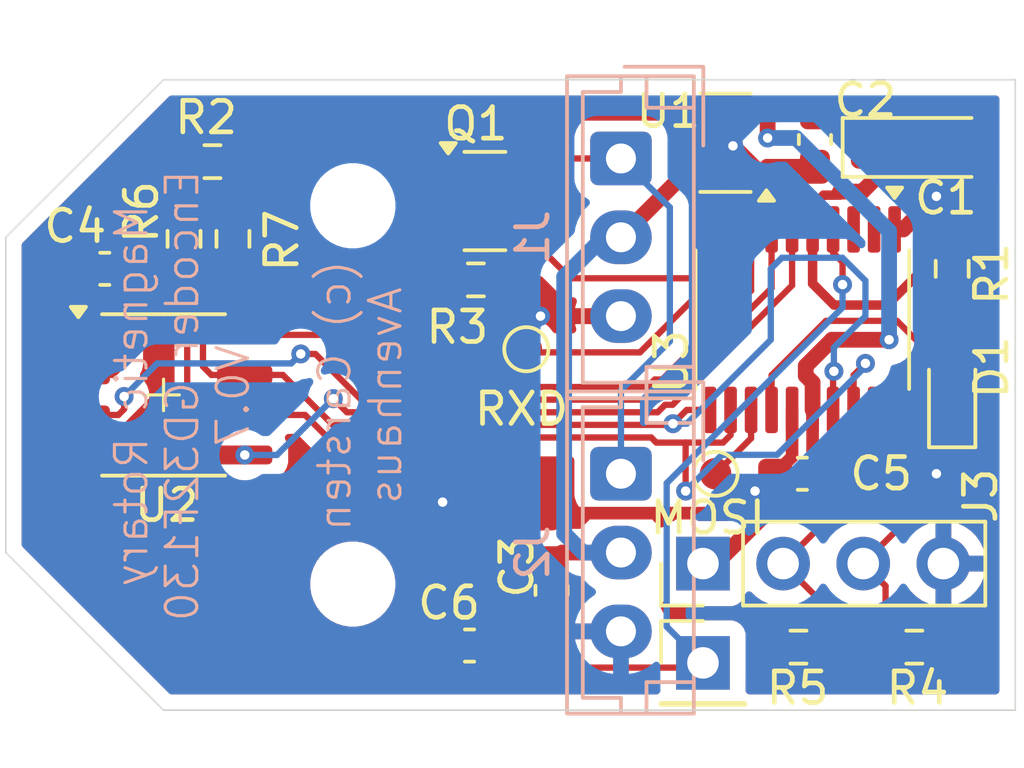
<source format=kicad_pcb>
(kicad_pcb (version 20240108) (generator "pcbnew") (generator_version "8.0")
  (layers (0 "F.Cu" signal) (31 "B.Cu" signal) (34 "B.Paste" user) (35 "F.Paste" user) (36 "B.SilkS" user "B.Silkscreen") (37 "F.SilkS" user "F.Silkscreen") (38 "B.Mask" user) (39 "F.Mask" user) (44 "Edge.Cuts" user))
  (net 0 "")
  (net 1 "GND")
  (net 2 "+3.3V")
  (net 3 "VCC")
  (net 4 "Net-(D1-A)")
  (net 5 "Net-(D1-K)")
  (net 6 "/Data")
  (net 7 "/SWCLK")
  (net 8 "/SWDIO")
  (net 9 "Net-(Q1-S)")
  (net 10 "/Com")
  (net 11 "/SS")
  (net 12 "/MOSI")
  (net 15 "Net-(U3-NRST)")
  (net 16 "/Out")
  (net 17 "/Push")
  (net 18 "/MISO{slash}SDA")
  (net 19 "/SCK{slash}SCL")
  (net 20 "Net-(U3-PA3{slash}RX0)")
  (footprint "Resistor_SMD:R_0603_1608Metric_Pad0.98x0.95mm_HandSolder" (layer "F.Cu") (at 128.8 118)
    (property "Reference" "R4" (at 0.1 1.3 0) (layer "F.SilkS"))
    (property "Value" "10K")
    (fp_line (start -0.254724 -0.5225) (end 0.254724 -0.5225) (stroke (width 0.12)) (layer "F.SilkS"))
    (fp_line (start -0.254724 0.5225) (end 0.254724 0.5225) (stroke (width 0.12)) (layer "F.SilkS"))
    (pad "1" smd roundrect (at -0.9125 0) (size 0.975 0.95) (layers "F.Cu" "F.Paste" "F.Mask") (net 7 "/SWCLK"))
    (pad "2" smd roundrect (at 0.9125 0) (size 0.975 0.95) (layers "F.Cu" "F.Paste" "F.Mask") (net 1 "GND"))
  )
  (footprint "TestPoint:TestPoint_Pad_D1.0mm" (layer "F.Cu") (at 122.5 112.5)
    (property "Reference" "MOSI" (at -0.25 1.4 0) (layer "F.SilkS"))
    (property "Value" "MOSI")
    (fp_circle (center 0 0) (end 0 0.7) (stroke (width 0.12)) (fill none) (layer "F.SilkS"))
    (pad "1" smd circle (at 0 0) (size 1 1) (layers "F.Cu" "F.Mask") (net 12 "/MOSI"))
  )
  (footprint "Connector_PinHeader_2.54mm:PinHeader_1x01_P2.54mm_Vertical" (layer "F.Cu") (at 122.1 118.5)
    (property "Reference" "TP1" (hide yes))
    (property "Value" "RST")
    (fp_line (start -1.33 -1.33) (end 0 -1.33) (stroke (width 0.12)) (layer "F.SilkS"))
    (fp_line (start -1.33 0) (end -1.33 -1.33) (stroke (width 0.12)) (layer "F.SilkS"))
    (fp_line (start -1.33 1.27) (end -1.33 1.33) (stroke (width 0.12)) (layer "F.SilkS"))
    (fp_line (start -1.33 1.27) (end 1.33 1.27) (stroke (width 0.12)) (layer "F.SilkS"))
    (fp_line (start -1.33 1.33) (end 1.33 1.33) (stroke (width 0.12)) (layer "F.SilkS"))
    (fp_line (start 1.33 1.27) (end 1.33 1.33) (stroke (width 0.12)) (layer "F.SilkS"))
    (pad "1" thru_hole rect (at 0 0) (size 1.7 1.7) (drill 1) (layers "*.Cu" "*.Mask") (net 15 "Net-(U3-NRST)"))
  )
  (footprint "Resistor_SMD:R_0603_1608Metric_Pad0.98x0.95mm_HandSolder" (layer "F.Cu") (at 125.1275 118 180)
    (property "Reference" "R5" (at 0.0275 -1.3 0) (layer "F.SilkS"))
    (property "Value" "10K")
    (fp_line (start -0.254724 0.5225) (end 0.254724 0.5225) (stroke (width 0.12)) (layer "F.SilkS"))
    (fp_line (start -0.254724 -0.5225) (end 0.254724 -0.5225) (stroke (width 0.12)) (layer "F.SilkS"))
    (pad "1" smd roundrect (at -0.9125 0 180) (size 0.975 0.95) (layers "F.Cu" "F.Paste" "F.Mask") (net 8 "/SWDIO"))
    (pad "2" smd roundrect (at 0.9125 0 180) (size 0.975 0.95) (layers "F.Cu" "F.Paste" "F.Mask") (net 1 "GND"))
  )
  (footprint "Capacitor_Tantalum_SMD:CP_EIA-3216-18_Kemet-A_Pad1.58x1.35mm_HandSolder" (layer "F.Cu") (at 129.0125 102.15)
    (property "Reference" "C1" (at 0.7875 1.6 0) (layer "F.SilkS"))
    (property "Value" "47uF")
    (fp_line (start -2.485 -0.935) (end -2.485 0.935) (stroke (width 0.12)) (layer "F.SilkS"))
    (fp_line (start -2.485 0.935) (end 1.6 0.935) (stroke (width 0.12)) (layer "F.SilkS"))
    (fp_line (start 1.6 -0.935) (end -2.485 -0.935) (stroke (width 0.12)) (layer "F.SilkS"))
    (pad "1" smd roundrect (at -1.4375 0) (size 1.575 1.35) (layers "F.Cu" "F.Paste" "F.Mask") (roundrect_rratio 0.185185) (net 2 "+3.3V"))
    (pad "2" smd roundrect (at 1.4375 0) (size 1.575 1.35) (layers "F.Cu" "F.Paste" "F.Mask") (roundrect_rratio 0.185185) (net 1 "GND"))
  )
  (footprint "Capacitor_SMD:C_0603_1608Metric_Pad1.08x0.95mm_HandSolder" (layer "F.Cu") (at 125.65 101.9 -90)
    (property "Reference" "C2" (at -1.25 -1.6 180) (layer "F.SilkS"))
    (property "Value" "100nF")
    (fp_line (start -0.146267 0.51) (end 0.146267 0.51) (stroke (width 0.12)) (layer "F.SilkS"))
    (fp_line (start -0.146267 -0.51) (end 0.146267 -0.51) (stroke (width 0.12)) (layer "F.SilkS"))
    (pad "1" smd roundrect (at -0.8625 0 270) (size 1.075 0.95) (layers "F.Cu" "F.Paste" "F.Mask") (net 2 "+3.3V"))
    (pad "2" smd roundrect (at 0.8625 0 270) (size 1.075 0.95) (layers "F.Cu" "F.Paste" "F.Mask") (net 1 "GND"))
  )
  (footprint "Resistor_SMD:R_0603_1608Metric_Pad0.98x0.95mm_HandSolder" (layer "F.Cu") (at 130 106 -90)
    (property "Reference" "R1" (at 0.1625 -1.25 90) (layer "F.SilkS"))
    (property "Value" "1K")
    (fp_line (start -0.254724 0.5225) (end 0.254724 0.5225) (stroke (width 0.12)) (layer "F.SilkS"))
    (fp_line (start -0.254724 -0.5225) (end 0.254724 -0.5225) (stroke (width 0.12)) (layer "F.SilkS"))
    (pad "1" smd roundrect (at -0.9125 0 270) (size 0.975 0.95) (layers "F.Cu" "F.Paste" "F.Mask") (net 2 "+3.3V"))
    (pad "2" smd roundrect (at 0.9125 0 270) (size 0.975 0.95) (layers "F.Cu" "F.Paste" "F.Mask") (net 4 "Net-(D1-A)"))
  )
  (footprint "Capacitor_SMD:C_0603_1608Metric_Pad1.08x0.95mm_HandSolder" (layer "F.Cu") (at 125.25 112.5 180)
    (property "Reference" "C5" (at -2.5 0 0) (layer "F.SilkS"))
    (property "Value" "100nF")
    (fp_line (start -0.146267 0.51) (end 0.146267 0.51) (stroke (width 0.12)) (layer "F.SilkS"))
    (fp_line (start -0.146267 -0.51) (end 0.146267 -0.51) (stroke (width 0.12)) (layer "F.SilkS"))
    (pad "1" smd roundrect (at -0.8625 0 180) (size 1.075 0.95) (layers "F.Cu" "F.Paste" "F.Mask") (net 2 "+3.3V"))
    (pad "2" smd roundrect (at 0.8625 0 180) (size 1.075 0.95) (layers "F.Cu" "F.Paste" "F.Mask") (net 1 "GND"))
  )
  (footprint "Resistor_SMD:R_0603_1608Metric_Pad0.98x0.95mm_HandSolder" (layer "F.Cu") (at 106.55 102.6)
    (property "Reference" "R2" (at -0.2 -1.4 0) (layer "F.SilkS"))
    (property "Value" "1K")
    (fp_line (start -0.254724 -0.5225) (end 0.254724 -0.5225) (stroke (width 0.12)) (layer "F.SilkS"))
    (fp_line (start -0.254724 0.5225) (end 0.254724 0.5225) (stroke (width 0.12)) (layer "F.SilkS"))
    (pad "1" smd roundrect (at -0.9125 0) (size 0.975 0.95) (layers "F.Cu" "F.Paste" "F.Mask") (net 2 "+3.3V"))
    (pad "2" smd roundrect (at 0.9125 0) (size 0.975 0.95) (layers "F.Cu" "F.Paste" "F.Mask") (net 9 "Net-(Q1-S)"))
  )
  (footprint "Capacitor_SMD:C_0603_1608Metric_Pad1.08x0.95mm_HandSolder" (layer "F.Cu") (at 117.3 116.2 -90)
    (property "Reference" "C3" (at -0.75 1.1 90) (layer "F.SilkS"))
    (property "Value" "100nF")
    (fp_line (start -0.146267 0.51) (end 0.146267 0.51) (stroke (width 0.12)) (layer "F.SilkS"))
    (fp_line (start -0.146267 -0.51) (end 0.146267 -0.51) (stroke (width 0.12)) (layer "F.SilkS"))
    (pad "1" smd roundrect (at -0.8625 0 270) (size 1.075 0.95) (layers "F.Cu" "F.Paste" "F.Mask") (net 3 "VCC"))
    (pad "2" smd roundrect (at 0.8625 0 270) (size 1.075 0.95) (layers "F.Cu" "F.Paste" "F.Mask") (net 1 "GND"))
  )
  (footprint "Capacitor_SMD:C_0603_1608Metric_Pad1.08x0.95mm_HandSolder" (layer "F.Cu") (at 114.7 117.95 180)
    (property "Reference" "C6" (at 0.65 1.35 0) (layer "F.SilkS"))
    (property "Value" "100nF")
    (fp_line (start -0.146267 0.51) (end 0.146267 0.51) (stroke (width 0.12)) (layer "F.SilkS"))
    (fp_line (start -0.146267 -0.51) (end 0.146267 -0.51) (stroke (width 0.12)) (layer "F.SilkS"))
    (pad "1" smd roundrect (at -0.8625 0 180) (size 1.075 0.95) (layers "F.Cu" "F.Paste" "F.Mask") (net 15 "Net-(U3-NRST)"))
    (pad "2" smd roundrect (at 0.8625 0 180) (size 1.075 0.95) (layers "F.Cu" "F.Paste" "F.Mask") (net 1 "GND"))
  )
  (footprint "Package_SO:TSSOP-20_4.4x6.5mm_P0.65mm" (layer "F.Cu") (at 125.25 107.6125 -90)
    (property "Reference" "U3" (at 1.3375 4.15 90) (layer "F.SilkS"))
    (property "Value" "GD32F130F4P6TR" (hide yes))
    (fp_line (start 0 3.385) (end -2.2 3.385) (stroke (width 0.12)) (layer "F.SilkS"))
    (fp_line (start 0 3.385) (end 2.2 3.385) (stroke (width 0.12)) (layer "F.SilkS"))
    (fp_line (start 0 -3.385) (end -2.2 -3.385) (stroke (width 0.12)) (layer "F.SilkS"))
    (fp_line (start 0 -3.385) (end 2.2 -3.385) (stroke (width 0.12)) (layer "F.SilkS"))
    (fp_poly (pts (xy -3.86 -2.925) (xy -4.19 -3.165) (xy -4.19 -2.685) (xy -3.86 -2.925)) (stroke (width 0.12)) (fill solid) (layer "F.SilkS"))
    (pad "1" smd roundrect (at -2.8625 -2.925 270) (size 1.475 0.4) (layers "F.Cu" "F.Paste" "F.Mask") (net 1 "GND"))
    (pad "2" smd roundrect (at -2.8625 -2.275 270) (size 1.475 0.4) (layers "F.Cu" "F.Paste" "F.Mask"))
    (pad "3" smd roundrect (at -2.8625 -1.625 270) (size 1.475 0.4) (layers "F.Cu" "F.Paste" "F.Mask"))
    (pad "4" smd roundrect (at -2.8625 -0.975 270) (size 1.475 0.4) (layers "F.Cu" "F.Paste" "F.Mask") (net 15 "Net-(U3-NRST)"))
    (pad "5" smd roundrect (at -2.8625 -0.325 270) (size 1.475 0.4) (layers "F.Cu" "F.Paste" "F.Mask") (net 2 "+3.3V"))
    (pad "6" smd roundrect (at -2.8625 0.325 270) (size 1.475 0.4) (layers "F.Cu" "F.Paste" "F.Mask") (net 16 "/Out"))
    (pad "7" smd roundrect (at -2.8625 0.975 270) (size 1.475 0.4) (layers "F.Cu" "F.Paste" "F.Mask") (net 17 "/Push"))
    (pad "8" smd roundrect (at -2.8625 1.625 270) (size 1.475 0.4) (layers "F.Cu" "F.Paste" "F.Mask") (net 10 "/Com"))
    (pad "9" smd roundrect (at -2.8625 2.275 270) (size 1.475 0.4) (layers "F.Cu" "F.Paste" "F.Mask") (net 20 "Net-(U3-PA3{slash}RX0)"))
    (pad "10" smd roundrect (at -2.8625 2.925 270) (size 1.475 0.4) (layers "F.Cu" "F.Paste" "F.Mask") (net 11 "/SS"))
    (pad "11" smd roundrect (at 2.8625 2.925 270) (size 1.475 0.4) (layers "F.Cu" "F.Paste" "F.Mask") (net 19 "/SCK{slash}SCL"))
    (pad "12" smd roundrect (at 2.8625 2.275 270) (size 1.475 0.4) (layers "F.Cu" "F.Paste" "F.Mask") (net 18 "/MISO{slash}SDA"))
    (pad "13" smd roundrect (at 2.8625 1.625 270) (size 1.475 0.4) (layers "F.Cu" "F.Paste" "F.Mask") (net 12 "/MOSI"))
    (pad "14" smd roundrect (at 2.8625 0.975 270) (size 1.475 0.4) (layers "F.Cu" "F.Paste" "F.Mask") (net 5 "Net-(D1-K)"))
    (pad "15" smd roundrect (at 2.8625 0.325 270) (size 1.475 0.4) (layers "F.Cu" "F.Paste" "F.Mask") (net 1 "GND"))
    (pad "16" smd roundrect (at 2.8625 -0.325 270) (size 1.475 0.4) (layers "F.Cu" "F.Paste" "F.Mask") (net 2 "+3.3V"))
    (pad "17" smd roundrect (at 2.8625 -0.975 270) (size 1.475 0.4) (layers "F.Cu" "F.Paste" "F.Mask") (net 19 "/SCK{slash}SCL"))
    (pad "18" smd roundrect (at 2.8625 -1.625 270) (size 1.475 0.4) (layers "F.Cu" "F.Paste" "F.Mask") (net 18 "/MISO{slash}SDA"))
    (pad "19" smd roundrect (at 2.8625 -2.275 270) (size 1.475 0.4) (layers "F.Cu" "F.Paste" "F.Mask") (net 8 "/SWDIO"))
    (pad "20" smd roundrect (at 2.8625 -2.925 270) (size 1.475 0.4) (layers "F.Cu" "F.Paste" "F.Mask") (net 7 "/SWCLK"))
  )
  (footprint "MountingHole:MountingHole_2.2mm_M2_DIN965" (layer "F.Cu") (at 111 104)
    (property "Reference" "H2" (hide yes))
    (property "Value" "MountingHole")
    (pad "" np_thru_hole circle (at 0 0) (size 2.2 2.2) (drill 2.2) (layers "*.Cu" "*.Mask"))
  )
  (footprint "Package_SO:SO-8_3.9x4.9mm_P1.27mm" (layer "F.Cu") (at 105 110)
    (property "Reference" "U2" (at 0.1 3.5 0) (layer "F.SilkS"))
    (property "Value" "MT6701CT" (hide yes))
    (fp_line (start -0.5 0) (end 0.5 0) (stroke (width 0.1)) (layer "F.SilkS"))
    (fp_line (start 0 -2.56) (end -1.95 -2.56) (stroke (width 0.12)) (layer "F.SilkS"))
    (fp_line (start 0 -2.56) (end 1.95 -2.56) (stroke (width 0.12)) (layer "F.SilkS"))
    (fp_line (start 0 -0.5) (end 0 0.5) (stroke (width 0.1)) (layer "F.SilkS"))
    (fp_line (start 0 2.56) (end -1.95 2.56) (stroke (width 0.12)) (layer "F.SilkS"))
    (fp_line (start 0 2.56) (end 1.95 2.56) (stroke (width 0.12)) (layer "F.SilkS"))
    (fp_poly (pts (xy -2.7 -2.465) (xy -2.94 -2.795) (xy -2.46 -2.795) (xy -2.7 -2.465)) (stroke (width 0.12)) (fill solid) (layer "F.SilkS"))
    (pad "1" smd roundrect (at -2.575 -1.905) (size 1.75 0.6) (layers "F.Cu" "F.Paste" "F.Mask") (net 2 "+3.3V"))
    (pad "2" smd roundrect (at -2.575 -0.635) (size 1.75 0.6) (layers "F.Cu" "F.Paste" "F.Mask") (net 2 "+3.3V"))
    (pad "3" smd roundrect (at -2.575 0.635) (size 1.75 0.6) (layers "F.Cu" "F.Paste" "F.Mask") (net 17 "/Push"))
    (pad "4" smd roundrect (at -2.575 1.905) (size 1.75 0.6) (layers "F.Cu" "F.Paste" "F.Mask") (net 1 "GND"))
    (pad "5" smd roundrect (at 2.575 1.905) (size 1.75 0.6) (layers "F.Cu" "F.Paste" "F.Mask") (net 16 "/Out"))
    (pad "6" smd roundrect (at 2.575 0.635) (size 1.75 0.6) (layers "F.Cu" "F.Paste" "F.Mask") (net 18 "/MISO{slash}SDA"))
    (pad "7" smd roundrect (at 2.575 -0.635) (size 1.75 0.6) (layers "F.Cu" "F.Paste" "F.Mask") (net 19 "/SCK{slash}SCL"))
    (pad "8" smd roundrect (at 2.575 -1.905) (size 1.75 0.6) (layers "F.Cu" "F.Paste" "F.Mask") (net 11 "/SS"))
  )
  (footprint "MountingHole:MountingHole_2.2mm_M2_DIN965" (layer "F.Cu") (at 111 116)
    (property "Reference" "H1" (hide yes))
    (property "Value" "MountingHole")
    (pad "" np_thru_hole circle (at 0 0) (size 2.2 2.2) (drill 2.2) (layers "*.Cu" "*.Mask"))
  )
  (footprint "Resistor_SMD:R_0603_1608Metric_Pad0.98x0.95mm_HandSolder" (layer "F.Cu") (at 114.9 106.35)
    (property "Reference" "R3" (at -0.5875 1.5 0) (layer "F.SilkS"))
    (property "Value" "100")
    (fp_line (start -0.254724 -0.5225) (end 0.254724 -0.5225) (stroke (width 0.12)) (layer "F.SilkS"))
    (fp_line (start -0.254724 0.5225) (end 0.254724 0.5225) (stroke (width 0.12)) (layer "F.SilkS"))
    (pad "1" smd roundrect (at -0.9125 0) (size 0.975 0.95) (layers "F.Cu" "F.Paste" "F.Mask") (net 9 "Net-(Q1-S)"))
    (pad "2" smd roundrect (at 0.9125 0) (size 0.975 0.95) (layers "F.Cu" "F.Paste" "F.Mask") (net 10 "/Com"))
  )
  (footprint "Connector_PinHeader_2.54mm:PinHeader_1x04_P2.54mm_Vertical" (layer "F.Cu") (at 122.1 115.35 90)
    (property "Reference" "J3" (at 2.15 8.8 90) (layer "F.SilkS"))
    (property "Value" "Conn_01x04_Pin" (hide yes))
    (fp_line (start -1.33 -1.33) (end 0 -1.33) (stroke (width 0.12)) (layer "F.SilkS"))
    (fp_line (start -1.33 0) (end -1.33 -1.33) (stroke (width 0.12)) (layer "F.SilkS"))
    (fp_line (start 1.33 1.27) (end 1.33 8.95) (stroke (width 0.12)) (layer "F.SilkS"))
    (fp_line (start -1.33 1.27) (end 1.33 1.27) (stroke (width 0.12)) (layer "F.SilkS"))
    (fp_line (start -1.33 1.27) (end -1.33 8.95) (stroke (width 0.12)) (layer "F.SilkS"))
    (fp_line (start -1.33 8.95) (end 1.33 8.95) (stroke (width 0.12)) (layer "F.SilkS"))
    (pad "1" thru_hole rect (at 0 0 90) (size 1.7 1.7) (drill 1) (layers "*.Cu" "*.Mask") (net 2 "+3.3V"))
    (pad "2" thru_hole oval (at 0 2.54 90) (size 1.7 1.7) (drill 1) (layers "*.Cu" "*.Mask") (net 8 "/SWDIO"))
    (pad "3" thru_hole oval (at 0 5.08 90) (size 1.7 1.7) (drill 1) (layers "*.Cu" "*.Mask") (net 7 "/SWCLK"))
    (pad "4" thru_hole oval (at 0 7.62 90) (size 1.7 1.7) (drill 1) (layers "*.Cu" "*.Mask") (net 1 "GND"))
  )
  (footprint "Resistor_SMD:R_0603_1608Metric_Pad0.98x0.95mm_HandSolder" (layer "F.Cu") (at 107.2 105.05 -90)
    (property "Reference" "R7" (at 0.05 -1.55 90) (layer "F.SilkS"))
    (property "Value" "10K")
    (fp_line (start -0.254724 0.5225) (end 0.254724 0.5225) (stroke (width 0.12)) (layer "F.SilkS"))
    (fp_line (start -0.254724 -0.5225) (end 0.254724 -0.5225) (stroke (width 0.12)) (layer "F.SilkS"))
    (pad "1" smd roundrect (at -0.9125 0 270) (size 0.975 0.95) (layers "F.Cu" "F.Paste" "F.Mask") (net 2 "+3.3V"))
    (pad "2" smd roundrect (at 0.9125 0 270) (size 0.975 0.95) (layers "F.Cu" "F.Paste" "F.Mask") (net 19 "/SCK{slash}SCL"))
  )
  (footprint "LED_SMD:LED_0603_1608Metric_Pad1.05x0.95mm_HandSolder" (layer "F.Cu") (at 130 110 90)
    (property "Reference" "D1" (at 0.875 1.25 90) (layer "F.SilkS"))
    (property "Value" "LED")
    (fp_line (start 0.8 -0.735) (end -1.66 -0.735) (stroke (width 0.12)) (layer "F.SilkS"))
    (fp_line (start -1.66 -0.735) (end -1.66 0.735) (stroke (width 0.12)) (layer "F.SilkS"))
    (fp_line (start -1.66 0.735) (end 0.8 0.735) (stroke (width 0.12)) (layer "F.SilkS"))
    (pad "1" smd roundrect (at -0.875 0 90) (size 1.05 0.95) (layers "F.Cu" "F.Paste" "F.Mask") (net 5 "Net-(D1-K)"))
    (pad "2" smd roundrect (at 0.875 0 90) (size 1.05 0.95) (layers "F.Cu" "F.Paste" "F.Mask") (net 4 "Net-(D1-A)"))
  )
  (footprint "Package_TO_SOT_SMD:SOT-23-3" (layer "F.Cu") (at 122.8125 102 180)
    (property "Reference" "U1" (at 1.8125 1 0) (layer "F.SilkS"))
    (property "Value" "XC6206PxxxMR" (hide yes))
    (fp_line (start 0 1.56) (end 0.8 1.56) (stroke (width 0.12)) (layer "F.SilkS"))
    (fp_line (start 0 1.56) (end -0.8 1.56) (stroke (width 0.12)) (layer "F.SilkS"))
    (fp_line (start 0 -1.56) (end 0.8 -1.56) (stroke (width 0.12)) (layer "F.SilkS"))
    (fp_line (start 0 -1.56) (end -0.8 -1.56) (stroke (width 0.12)) (layer "F.SilkS"))
    (fp_poly (pts (xy -1.3 -1.51) (xy -1.54 -1.84) (xy -1.06 -1.84) (xy -1.3 -1.51)) (stroke (width 0.12)) (fill solid) (layer "F.SilkS"))
    (pad "1" smd roundrect (at -1.1375 -0.95 180) (size 1.325 0.6) (layers "F.Cu" "F.Paste" "F.Mask") (net 1 "GND"))
    (pad "2" smd roundrect (at -1.1375 0.95 180) (size 1.325 0.6) (layers "F.Cu" "F.Paste" "F.Mask") (net 2 "+3.3V"))
    (pad "3" smd roundrect (at 1.1375 0 180) (size 1.325 0.6) (layers "F.Cu" "F.Paste" "F.Mask") (net 3 "VCC"))
  )
  (footprint "TestPoint:TestPoint_Pad_D1.0mm" (layer "F.Cu") (at 116.5 108.55)
    (property "Reference" "RXD" (at -0.15 1.9 0) (layer "F.SilkS"))
    (property "Value" "RXD")
    (fp_circle (center 0 0) (end 0 0.7) (stroke (width 0.12)) (fill none) (layer "F.SilkS"))
    (pad "1" smd circle (at 0 0) (size 1 1) (layers "F.Cu" "F.Mask") (net 20 "Net-(U3-PA3{slash}RX0)"))
  )
  (footprint "Package_TO_SOT_SMD:SOT-23" (layer "F.Cu") (at 115.1875 103.85)
    (property "Reference" "Q1" (at -0.2875 -2.45 0) (layer "F.SilkS"))
    (property "Value" "2N7002K" (hide yes))
    (fp_line (start 0 -1.56) (end -0.65 -1.56) (stroke (width 0.12)) (layer "F.SilkS"))
    (fp_line (start 0 -1.56) (end 0.65 -1.56) (stroke (width 0.12)) (layer "F.SilkS"))
    (fp_line (start 0 1.56) (end -0.65 1.56) (stroke (width 0.12)) (layer "F.SilkS"))
    (fp_line (start 0 1.56) (end 0.65 1.56) (stroke (width 0.12)) (layer "F.SilkS"))
    (fp_poly (pts (xy -1.1625 -1.51) (xy -1.4025 -1.84) (xy -0.9225 -1.84) (xy -1.1625 -1.51)) (stroke (width 0.12)) (fill solid) (layer "F.SilkS"))
    (pad "1" smd roundrect (at -0.9375 -0.95) (size 1.475 0.6) (layers "F.Cu" "F.Paste" "F.Mask") (net 2 "+3.3V"))
    (pad "2" smd roundrect (at -0.9375 0.95) (size 1.475 0.6) (layers "F.Cu" "F.Paste" "F.Mask") (net 9 "Net-(Q1-S)"))
    (pad "3" smd roundrect (at 0.9375 0) (size 1.475 0.6) (layers "F.Cu" "F.Paste" "F.Mask") (net 6 "/Data"))
  )
  (footprint "Resistor_SMD:R_0603_1608Metric_Pad0.98x0.95mm_HandSolder" (layer "F.Cu") (at 105.65 105.05 -90)
    (property "Reference" "R6" (at -0.85 1.35 90) (layer "F.SilkS"))
    (property "Value" "10K")
    (fp_line (start -0.254724 0.5225) (end 0.254724 0.5225) (stroke (width 0.12)) (layer "F.SilkS"))
    (fp_line (start -0.254724 -0.5225) (end 0.254724 -0.5225) (stroke (width 0.12)) (layer "F.SilkS"))
    (pad "1" smd roundrect (at -0.9125 0 270) (size 0.975 0.95) (layers "F.Cu" "F.Paste" "F.Mask") (net 2 "+3.3V"))
    (pad "2" smd roundrect (at 0.9125 0 270) (size 0.975 0.95) (layers "F.Cu" "F.Paste" "F.Mask") (net 18 "/MISO{slash}SDA"))
  )
  (footprint "Capacitor_SMD:C_0603_1608Metric_Pad1.08x0.95mm_HandSolder" (layer "F.Cu") (at 103.1375 106)
    (property "Reference" "C4" (at -0.9375 -1.35 0) (layer "F.SilkS"))
    (property "Value" "100nF")
    (fp_line (start -0.146267 -0.51) (end 0.146267 -0.51) (stroke (width 0.12)) (layer "F.SilkS"))
    (fp_line (start -0.146267 0.51) (end 0.146267 0.51) (stroke (width 0.12)) (layer "F.SilkS"))
    (pad "1" smd roundrect (at -0.8625 0) (size 1.075 0.95) (layers "F.Cu" "F.Paste" "F.Mask") (net 2 "+3.3V"))
    (pad "2" smd roundrect (at 0.8625 0) (size 1.075 0.95) (layers "F.Cu" "F.Paste" "F.Mask") (net 1 "GND"))
  )
  (footprint "My_Library:JST_1x03_P2.50mm_Vertical" (layer "B.Cu") (at 119.5 102.5 -90)
    (property "Reference" "J1" (at 2.5 2.8 90) (layer "B.SilkS") (effects (justify mirror)))
    (property "Value" "Conn_01x03_Pin" (hide yes))
    (fp_line (start -2.61 1.71) (end 7.61 1.71) (stroke (width 0.12)) (layer "B.SilkS"))
    (fp_line (start 7.61 1.71) (end 7.61 -2.31) (stroke (width 0.12)) (layer "B.SilkS"))
    (fp_line (start -2.11 1.21) (end -2.11 0) (stroke (width 0.12)) (layer "B.SilkS"))
    (fp_line (start 7.11 1.21) (end -2.11 1.21) (stroke (width 0.12)) (layer "B.SilkS"))
    (fp_line (start -2.11 0) (end -2.61 0) (stroke (width 0.12)) (layer "B.SilkS"))
    (fp_line (start 7.11 0) (end 7.11 1.21) (stroke (width 0.12)) (layer "B.SilkS"))
    (fp_line (start 7.61 0) (end 7.11 0) (stroke (width 0.12)) (layer "B.SilkS"))
    (fp_line (start -1.61 -0.81) (end -2.61 -0.81) (stroke (width 0.12)) (layer "B.SilkS"))
    (fp_line (start 6.61 -0.81) (end 7.61 -0.81) (stroke (width 0.12)) (layer "B.SilkS"))
    (fp_line (start -2.61 -2.31) (end -2.61 1.71) (stroke (width 0.12)) (layer "B.SilkS"))
    (fp_line (start -1.61 -2.31) (end -1.61 -0.81) (stroke (width 0.12)) (layer "B.SilkS"))
    (fp_line (start 6.61 -2.31) (end 6.61 -0.81) (stroke (width 0.12)) (layer "B.SilkS"))
    (fp_line (start 7.61 -2.31) (end -2.61 -2.31) (stroke (width 0.12)) (layer "B.SilkS"))
    (fp_line (start -2.91 -2.61) (end -2.91 -0.11) (stroke (width 0.12)) (layer "B.SilkS"))
    (fp_line (start -0.41 -2.61) (end -2.91 -2.61) (stroke (width 0.12)) (layer "B.SilkS"))
    (pad "1" thru_hole roundrect (at 0 0 270) (size 1.7 1.95) (drill 0.95) (layers "*.Cu" "*.Mask") (roundrect_rratio 0.147059) (net 6 "/Data"))
    (pad "2" thru_hole oval (at 2.5 0 270) (size 1.7 1.95) (drill 0.95) (layers "*.Cu" "*.Mask") (net 3 "VCC"))
    (pad "3" thru_hole oval (at 5 0 270) (size 1.7 1.95) (drill 0.95) (layers "*.Cu" "*.Mask") (net 1 "GND"))
  )
  (footprint "My_Library:JST_1x03_P2.50mm_Vertical" (layer "B.Cu") (at 119.5 112.5 -90)
    (property "Reference" "J2" (at 2.5 2.8 90) (layer "B.SilkS") (effects (justify mirror)))
    (property "Value" "Conn_01x03_Pin" (hide yes))
    (fp_line (start -2.61 1.71) (end 7.61 1.71) (stroke (width 0.12)) (layer "B.SilkS"))
    (fp_line (start 7.61 1.71) (end 7.61 -2.31) (stroke (width 0.12)) (layer "B.SilkS"))
    (fp_line (start -2.11 1.21) (end -2.11 0) (stroke (width 0.12)) (layer "B.SilkS"))
    (fp_line (start 7.11 1.21) (end -2.11 1.21) (stroke (width 0.12)) (layer "B.SilkS"))
    (fp_line (start -2.11 0) (end -2.61 0) (stroke (width 0.12)) (layer "B.SilkS"))
    (fp_line (start 7.11 0) (end 7.11 1.21) (stroke (width 0.12)) (layer "B.SilkS"))
    (fp_line (start 7.61 0) (end 7.11 0) (stroke (width 0.12)) (layer "B.SilkS"))
    (fp_line (start -1.61 -0.81) (end -2.61 -0.81) (stroke (width 0.12)) (layer "B.SilkS"))
    (fp_line (start 6.61 -0.81) (end 7.61 -0.81) (stroke (width 0.12)) (layer "B.SilkS"))
    (fp_line (start -2.61 -2.31) (end -2.61 1.71) (stroke (width 0.12)) (layer "B.SilkS"))
    (fp_line (start -1.61 -2.31) (end -1.61 -0.81) (stroke (width 0.12)) (layer "B.SilkS"))
    (fp_line (start 6.61 -2.31) (end 6.61 -0.81) (stroke (width 0.12)) (layer "B.SilkS"))
    (fp_line (start 7.61 -2.31) (end -2.61 -2.31) (stroke (width 0.12)) (layer "B.SilkS"))
    (fp_line (start -2.91 -2.61) (end -2.91 -0.11) (stroke (width 0.12)) (layer "B.SilkS"))
    (fp_line (start -0.41 -2.61) (end -2.91 -2.61) (stroke (width 0.12)) (layer "B.SilkS"))
    (pad "1" thru_hole roundrect (at 0 0 270) (size 1.7 1.95) (drill 0.95) (layers "*.Cu" "*.Mask") (roundrect_rratio 0.147059) (net 6 "/Data"))
    (pad "2" thru_hole oval (at 2.5 0 270) (size 1.7 1.95) (drill 0.95) (layers "*.Cu" "*.Mask") (net 3 "VCC"))
    (pad "3" thru_hole oval (at 5 0 270) (size 1.7 1.95) (drill 0.95) (layers "*.Cu" "*.Mask") (net 1 "GND"))
  )
  (gr_line (start 105 100) (end 132 100) (stroke (width 0.05)) (layer "Edge.Cuts"))
  (gr_line (start 100 105) (end 105 100) (stroke (width 0.05)) (layer "Edge.Cuts"))
  (gr_line (start 100 115) (end 105 120) (stroke (width 0.05)) (layer "Edge.Cuts"))
  (gr_line (start 132 100) (end 132 120) (stroke (width 0.05)) (layer "Edge.Cuts"))
  (gr_line (start 100 105) (end 100 115) (stroke (width 0.05)) (layer "Edge.Cuts"))
  (gr_line (start 132 120) (end 105 120) (stroke (width 0.05)) (layer "Edge.Cuts"))
  (gr_text_box "Magnetic Rotary\nEncoder GD32F130\nV0.7\n\n(c) Carsten\nAvenhaus" (start 102.65 101.2224) (end 112.95 118.8292) (angle 90) (layer "B.SilkS") (effects (font (size 1 1) (thickness 0.1)) (justify top mirror)) (border no))
  (segment (start 129.72 112.72) (end 129.5 112.5) (width 0.2) (layer "F.Cu") (net 1))
  (segment (start 113.846146 113.4) (end 102.95 113.4) (width 0.5) (layer "F.Cu") (net 1))
  (segment (start 113.8375 117.95) (end 113.8375 116.1625) (width 0.5) (layer "F.Cu") (net 1))
  (segment (start 117.3 116.853854) (end 115.223073 114.776927) (width 0.5) (layer "F.Cu") (net 1))
  (segment (start 123.542893 113.05) (end 122.842893 113.75) (width 0.5) (layer "F.Cu") (net 1))
  (segment (start 124.925 111.9625) (end 124.3875 112.5) (width 0.4) (layer "F.Cu") (net 1))
  (segment (start 122.842893 113.75) (end 116.25 113.75) (width 0.4) (layer "F.Cu") (net 1))
  (segment (start 119.5 117.5) (end 117.7375 117.5) (width 0.5) (layer "F.Cu") (net 1))
  (segment (start 103.095 111.905) (end 105.1 109.9) (width 0.5) (layer "F.Cu") (net 1))
  (segment (start 105.1 109.9) (end 105.1 107.1) (width 0.5) (layer "F.Cu") (net 1))
  (segment (start 129.7125 118) (end 128.9375 118.775) (width 0.2) (layer "F.Cu") (net 1))
  (segment (start 125.65 102.7625) (end 124.1375 102.7625) (width 0.5) (layer "F.Cu") (net 1))
  (segment (start 123.75 113.05) (end 123.542893 113.05) (width 0.5) (layer "F.Cu") (net 1))
  (segment (start 124.925 110.475) (end 124.925 111.9625) (width 0.4) (layer "F.Cu") (net 1))
  (segment (start 123.75 113.05) (end 124.244485 112.555515) (width 0.5) (layer "F.Cu") (net 1))
  (segment (start 128.45 104.75) (end 129.5 103.7) (width 0.5) (layer "F.Cu") (net 1))
  (segment (start 129.72 117.9925) (end 129.72 115.35) (width 0.2) (layer "F.Cu") (net 1))
  (segment (start 117.7375 117.5) (end 117.3 117.0625) (width 0.5) (layer "F.Cu") (net 1))
  (segment (start 105.1 107.1) (end 104 106) (width 0.5) (layer "F.Cu") (net 1))
  (segment (start 116.25 113.75) (end 115.223073 114.776927) (width 0.5) (layer "F.Cu") (net 1))
  (segment (start 124.99 118.775) (end 124.215 118) (width 0.2) (layer "F.Cu") (net 1))
  (segment (start 130.45 102.75) (end 129.5 103.7) (width 0.5) (layer "F.Cu") (net 1))
  (segment (start 124.1375 102.7625) (end 123.95 102.95) (width 0.5) (layer "F.Cu") (net 1))
  (segment (start 102.425 112.875) (end 102.425 111.905) (width 0.5) (layer "F.Cu") (net 1))
  (segment (start 128.175 104.75) (end 128.45 104.75) (width 0.5) (layer "F.Cu") (net 1))
  (segment (start 115.223073 114.776927) (end 113.846146 113.4) (width 0.5) (layer "F.Cu") (net 1))
  (segment (start 113.8375 116.1625) (end 115.223073 114.776927) (width 0.5) (layer "F.Cu") (net 1))
  (segment (start 128.9375 118.775) (end 124.99 118.775) (width 0.2) (layer "F.Cu") (net 1))
  (segment (start 119.5 107.5) (end 116.95 107.5) (width 0.5) (layer "F.Cu") (net 1))
  (segment (start 130.45 102.15) (end 130.45 102.75) (width 0.5) (layer "F.Cu") (net 1))
  (segment (start 123.9 102.95) (end 123.05 102.1) (width 0.5) (layer "F.Cu") (net 1))
  (segment (start 102.95 113.4) (end 102.425 112.875) (width 0.5) (layer "F.Cu") (net 1))
  (segment (start 129.72 115.35) (end 129.72 112.72) (width 0.2) (layer "F.Cu") (net 1))
  (via (at 129.5 103.7) (size 0.5) (drill 0.3) (layers "F.Cu" "B.Cu") (net 1))
  (via (at 129.5 112.5) (size 0.6) (drill 0.3) (layers "F.Cu" "B.Cu") (net 1))
  (via (at 123.75 113.05) (size 0.6) (drill 0.3) (layers "F.Cu" "B.Cu") (net 1))
  (via (at 116.95 107.5) (size 0.6) (drill 0.3) (layers "F.Cu" "B.Cu") (net 1))
  (via (at 123.05 102.1) (size 0.6) (drill 0.3) (layers "F.Cu" "B.Cu") (net 1))
  (via (at 113.846146 113.4) (size 0.6) (drill 0.3) (layers "F.Cu" "B.Cu") (net 1))
  (segment (start 129.5 112.5) (end 129.5 103.7) (width 0.5) (layer "B.Cu") (net 1))
  (segment (start 116.95 107.5) (end 113.846146 110.603854) (width 0.5) (layer "B.Cu") (net 1))
  (segment (start 129.155715 112.844285) (end 129.5 112.5) (width 0.5) (layer "B.Cu") (net 1))
  (segment (start 126.9 101.1) (end 129.5 103.7) (width 0.5) (layer "B.Cu") (net 1))
  (segment (start 123.05 101.889339) (end 123.839339 101.1) (width 0.5) (layer "B.Cu") (net 1))
  (segment (start 123.839339 101.1) (end 126.9 101.1) (width 0.5) (layer "B.Cu") (net 1))
  (segment (start 113.846146 110.603854) (end 113.846146 113.4) (width 0.5) (layer "B.Cu") (net 1))
  (segment (start 123.955715 112.844285) (end 129.155715 112.844285) (width 0.5) (layer "B.Cu") (net 1))
  (segment (start 123.75 113.05) (end 123.955715 112.844285) (width 0.5) (layer "B.Cu") (net 1))
  (segment (start 123.05 102.1) (end 123.05 101.889339) (width 0.5) (layer "B.Cu") (net 1))
  (segment (start 125.6375 101.05) (end 123.95 101.05) (width 0.5) (layer "F.Cu") (net 2))
  (segment (start 126.189339 108.25) (end 125.359044 109.080295) (width 0.5) (layer "F.Cu") (net 2))
  (segment (start 105.65 104.1375) (end 107.2 104.1375) (width 0.5) (layer "F.Cu") (net 2))
  (segment (start 127.15 103.55) (end 126.45 103.55) (width 0.5) (layer "F.Cu") (net 2))
  (segment (start 125.575 104.75) (end 125.575 106.469238) (width 0.3) (layer "F.Cu") (net 2))
  (segment (start 114.25 102.9) (end 114.25 102.25) (width 0.5) (layer "F.Cu") (net 2))
  (segment (start 127.55 103.15) (end 127.15 103.55) (width 0.5) (layer "F.Cu") (net 2))
  (segment (start 117.15 101.05) (end 115.3 102.9) (width 0.5) (layer "F.Cu") (net 2))
  (segment (start 103.595 108.095) (end 103.75 108.25) (width 0.2) (layer "F.Cu") (net 2))
  (segment (start 124.060661 113.8) (end 124.8125 113.8) (width 0.5) (layer "F.Cu") (net 2))
  (segment (start 102.275 106.85) (end 102.425 107) (width 0.5) (layer "F.Cu") (net 2))
  (segment (start 125.359044 109.080295) (end 125.359044 109.390956) (width 0.5) (layer "F.Cu") (net 2))
  (segment (start 102.425 107) (end 102.425 108.095) (width 0.5) (layer "F.Cu") (net 2))
  (segment (start 124.15 101.85) (end 124.15 101.25) (width 0.5) (layer "F.Cu") (net 2))
  (segment (start 126.255762 107.15) (end 127.9375 107.15) (width 0.3) (layer "F.Cu") (net 2))
  (segment (start 124.15 101.25) (end 123.95 101.05) (width 0.5) (layer "F.Cu") (net 2))
  (segment (start 103.385 109.365) (end 102.425 109.365) (width 0.2) (layer "F.Cu") (net 2))
  (segment (start 102.275 106) (end 102.275 106.85) (width 0.5) (layer "F.Cu") (net 2))
  (segment (start 115.3 102.9) (end 114.25 102.9) (width 0.5) (layer "F.Cu") (net 2))
  (segment (start 125.575 111.9625) (end 126.1125 112.5) (width 0.4) (layer "F.Cu") (net 2))
  (segment (start 125.575 104.012501) (end 125.925001 103.6625) (width 0.3) (layer "F.Cu") (net 2))
  (segment (start 102.275 106) (end 102.275 105.525) (width 0.5) (layer "F.Cu") (net 2))
  (segment (start 126.4625 101.0375) (end 127.575 102.15) (width 0.5) (layer "F.Cu") (net 2))
  (segment (start 103.75 108.25) (end 103.75 109) (width 0.2) (layer "F.Cu") (net 2))
  (segment (start 114.25 102.25) (end 113.6 101.6) (width 0.5) (layer "F.Cu") (net 2))
  (segment (start 125.575 109.606912) (end 125.575 110.475) (width 0.5) (layer "F.Cu") (net 2))
  (segment (start 102.275 105.525) (end 103.6625 104.1375) (width 0.5) (layer "F.Cu") (net 2))
  (segment (start 124.8125 113.8) (end 126.1125 112.5) (width 0.5) (layer "F.Cu") (net 2))
  (segment (start 125.575 106.469238) (end 126.255762 107.15) (width 0.3) (layer "F.Cu") (net 2))
  (segment (start 123.95 101.05) (end 117.15 101.05) (width 0.5) (layer "F.Cu") (net 2))
  (segment (start 103.75 109) (end 103.385 109.365) (width 0.2) (layer "F.Cu") (net 2))
  (segment (start 127.55 102.378854) (end 127.55 103.15) (width 0.5) (layer "F.Cu") (net 2))
  (segment (start 103.6625 104.1375) (end 105.65 104.1375) (width 0.5) (layer "F.Cu") (net 2))
  (segment (start 102.425 108.095) (end 103.595 108.095) (width 0.2) (layer "F.Cu") (net 2))
  (segment (start 122.510661 115.35) (end 124.060661 113.8) (width 0.5) (layer "F.Cu") (net 2))
  (segment (start 127.9375 107.15) (end 130 105.0875) (width 0.3) (layer "F.Cu") (net 2))
  (segment (start 125.575 110.475) (end 125.575 111.9625) (width 0.4) (layer "F.Cu") (net 2))
  (segment (start 125.575 104.75) (end 125.575 104.012501) (width 0.3) (layer "F.Cu") (net 2))
  (segment (start 125.359044 109.390956) (end 125.575 109.606912) (width 0.5) (layer "F.Cu") (net 2))
  (segment (start 105.65 104.1375) (end 105.65 102.6125) (width 0.5) (layer "F.Cu") (net 2))
  (segment (start 113.6 101.6) (end 106.35 101.6) (width 0.5) (layer "F.Cu") (net 2))
  (segment (start 126.45 103.55) (end 126.4375 103.5625) (width 0.5) (layer "F.Cu") (net 2))
  (segment (start 106.35 101.6) (end 105.6375 102.3125) (width 0.5) (layer "F.Cu") (net 2))
  (segment (start 125.925001 103.6625) (end 126.3375 103.6625) (width 0.3) (layer "F.Cu") (net 2))
  (segment (start 125.65 101.0375) (end 126.4625 101.0375) (width 0.5) (layer "F.Cu") (net 2))
  (segment (start 128 108.25) (end 126.189339 108.25) (width 0.5) (layer "F.Cu") (net 2))
  (via (at 128 108.25) (size 0.6) (drill 0.3) (layers "F.Cu" "B.Cu") (net 2))
  (via (at 124.15 101.85) (size 0.6) (drill 0.3) (layers "F.Cu" "B.Cu") (net 2))
  (segment (start 125.05 101.85) (end 128 104.8) (width 0.5) (layer "B.Cu") (net 2))
  (segment (start 125.05 101.85) (end 124.15 101.85) (width 0.5) (layer "B.Cu") (net 2))
  (segment (start 128 104.8) (end 128 108.25) (width 0.5) (layer "B.Cu") (net 2))
  (segment (start 121.675 102.825) (end 119.5 105) (width 0.5) (layer "F.Cu") (net 3))
  (segment (start 117.6375 115) (end 117.3 115.3375) (width 0.5) (layer "F.Cu") (net 3))
  (segment (start 121.675 102) (end 121.675 102.825) (width 0.5) (layer "F.Cu") (net 3))
  (segment (start 119.5 115) (end 117.6375 115) (width 0.5) (layer "F.Cu") (net 3))
  (segment (start 118.3 115) (end 117.7 114.4) (width 0.5) (layer "B.Cu") (net 3))
  (segment (start 117.7 106.25) (end 118.95 105) (width 0.5) (layer "B.Cu") (net 3))
  (segment (start 119.5 115) (end 118.3 115) (width 0.5) (layer "B.Cu") (net 3))
  (segment (start 117.7 114.4) (end 117.7 106.25) (width 0.5) (layer "B.Cu") (net 3))
  (segment (start 130 109.125) (end 130 106.9125) (width 0.2) (layer "F.Cu") (net 4))
  (segment (start 128.248529 107.65) (end 126 107.65) (width 0.2) (layer "F.Cu") (net 5))
  (segment (start 126 107.65) (end 124.275 109.375) (width 0.2) (layer "F.Cu") (net 5))
  (segment (start 129.225 108.626471) (end 128.248529 107.65) (width 0.2) (layer "F.Cu") (net 5))
  (segment (start 124.275 109.375) (end 124.275 110.475) (width 0.2) (layer "F.Cu") (net 5))
  (segment (start 129.225 110.1) (end 129.225 108.626471) (width 0.2) (layer "F.Cu") (net 5))
  (segment (start 130 110.875) (end 129.225 110.1) (width 0.2) (layer "F.Cu") (net 5))
  (segment (start 116.75 102.5) (end 119.5 102.5) (width 0.2) (layer "F.Cu") (net 6))
  (segment (start 116.125 103.125) (end 116.75 102.5) (width 0.2) (layer "F.Cu") (net 6))
  (segment (start 116.125 103.85) (end 116.125 103.125) (width 0.2) (layer "F.Cu") (net 6))
  (segment (start 121.05 108.3) (end 121.05 104.05) (width 0.2) (layer "B.Cu") (net 6))
  (segment (start 119.5 112.5) (end 119.5 109.85) (width 0.2) (layer "B.Cu") (net 6))
  (segment (start 121.05 104.05) (end 119.5 102.5) (width 0.2) (layer "B.Cu") (net 6))
  (segment (start 119.5 109.85) (end 121.05 108.3) (width 0.2) (layer "B.Cu") (net 6))
  (segment (start 127.8875 118) (end 127.8875 116.0575) (width 0.2) (layer "F.Cu") (net 7))
  (segment (start 128.175 114.355) (end 127.18 115.35) (width 0.2) (layer "F.Cu") (net 7))
  (segment (start 128.175 110.475) (end 128.175 114.355) (width 0.2) (layer "F.Cu") (net 7))
  (segment (start 127.8875 116.0575) (end 127.18 115.35) (width 0.2) (layer "F.Cu") (net 7))
  (segment (start 127.525 113.015) (end 127.525 110.475) (width 0.2) (layer "F.Cu") (net 8))
  (segment (start 126.64 113.9) (end 127.525 113.015) (width 0.2) (layer "F.Cu") (net 8))
  (segment (start 126.04 116.75) (end 124.64 115.35) (width 0.2) (layer "F.Cu") (net 8))
  (segment (start 126.09 113.9) (end 126.64 113.9) (width 0.2) (layer "F.Cu") (net 8))
  (segment (start 124.64 115.35) (end 126.09 113.9) (width 0.2) (layer "F.Cu") (net 8))
  (segment (start 126.04 118) (end 126.04 116.75) (width 0.2) (layer "F.Cu") (net 8))
  (segment (start 113.9875 106.35) (end 113.9875 105.0625) (width 0.2) (layer "F.Cu") (net 9))
  (segment (start 108.15 102.6) (end 108.5 102.95) (width 0.2) (layer "F.Cu") (net 9))
  (segment (start 110.1 106.35) (end 113.9875 106.35) (width 0.2) (layer "F.Cu") (net 9))
  (segment (start 108.5 102.95) (end 108.5 104.75) (width 0.2) (layer "F.Cu") (net 9))
  (segment (start 107.4625 102.6) (end 108.15 102.6) (width 0.2) (layer "F.Cu") (net 9))
  (segment (start 113.9875 105.0625) (end 114.25 104.8) (width 0.2) (layer "F.Cu") (net 9))
  (segment (start 108.5 104.75) (end 110.1 106.35) (width 0.2) (layer "F.Cu") (net 9))
  (segment (start 120.332599 109.75) (end 115.85 109.75) (width 0.2) (layer "F.Cu") (net 10))
  (segment (start 115.8125 107.2875) (end 115.8125 106.35) (width 0.2) (layer "F.Cu") (net 10))
  (segment (start 123.625 104.75) (end 123.625 106.693628) (width 0.2) (layer "F.Cu") (net 10))
  (segment (start 120.806128 109.5125) (end 120.570099 109.5125) (width 0.2) (layer "F.Cu") (net 10))
  (segment (start 120.570099 109.5125) (end 120.332599 109.75) (width 0.2) (layer "F.Cu") (net 10))
  (segment (start 123.625 106.693628) (end 120.806128 109.5125) (width 0.2) (layer "F.Cu") (net 10))
  (segment (start 115.2 107.9) (end 115.8125 107.2875) (width 0.2) (layer "F.Cu") (net 10))
  (segment (start 115.2 109.1) (end 115.2 107.9) (width 0.2) (layer "F.Cu") (net 10))
  (segment (start 115.85 109.75) (end 115.2 109.1) (width 0.2) (layer "F.Cu") (net 10))
  (segment (start 114.8 106.108278) (end 114.8 106.8) (width 0.2) (layer "F.Cu") (net 11))
  (segment (start 117 105.4) (end 115.508278 105.4) (width 0.2) (layer "F.Cu") (net 11))
  (segment (start 122.325 105.725) (end 121.75 106.3) (width 0.2) (layer "F.Cu") (net 11))
  (segment (start 121.75 106.3) (end 117.9 106.3) (width 0.2) (layer "F.Cu") (net 11))
  (segment (start 117.9 106.3) (end 117 105.4) (width 0.2) (layer "F.Cu") (net 11))
  (segment (start 122.325 104.75) (end 122.325 105.725) (width 0.2) (layer "F.Cu") (net 11))
  (segment (start 115.508278 105.4) (end 114.8 106.108278) (width 0.2) (layer "F.Cu") (net 11))
  (segment (start 114.8 106.8) (end 113.505 108.095) (width 0.2) (layer "F.Cu") (net 11))
  (segment (start 113.505 108.095) (end 107.575 108.095) (width 0.2) (layer "F.Cu") (net 11))
  (segment (start 123.625 110.475) (end 123.625 111.375) (width 0.2) (layer "F.Cu") (net 12))
  (segment (start 123.625 111.375) (end 122.5 112.5) (width 0.2) (layer "F.Cu") (net 12))
  (segment (start 115.5625 117.95) (end 116.2625 118.65) (width 0.2) (layer "F.Cu") (net 15))
  (segment (start 116.2625 118.65) (end 121.95 118.65) (width 0.2) (layer "F.Cu") (net 15))
  (segment (start 126.525001 106.5) (end 126.525001 105.7875) (width 0.2) (layer "F.Cu") (net 15))
  (segment (start 126.225 105.487499) (end 126.225 104.75) (width 0.2) (layer "F.Cu") (net 15))
  (segment (start 126.525001 105.7875) (end 126.225 105.487499) (width 0.2) (layer "F.Cu") (net 15))
  (via (at 126.525001 106.5) (size 0.6) (drill 0.3) (layers "F.Cu" "B.Cu") (net 15))
  (segment (start 126.525001 106.5) (end 126.525001 107.224999) (width 0.2) (layer "B.Cu") (net 15))
  (segment (start 120.95 112.8) (end 120.95 117.35) (width 0.2) (layer "B.Cu") (net 15))
  (segment (start 126.525001 107.224999) (end 120.95 112.8) (width 0.2) (layer "B.Cu") (net 15))
  (segment (start 120.95 117.35) (end 122.1 118.5) (width 0.2) (layer "B.Cu") (net 15))
  (segment (start 120.663971 110.55) (end 110.814216 110.55) (width 0.2) (layer "F.Cu") (net 16))
  (segment (start 110.814216 110.55) (end 110.382108 110.117892) (width 0.2) (layer "F.Cu") (net 16))
  (segment (start 124.925 106.525) (end 121.1375 110.3125) (width 0.2) (layer "F.Cu") (net 16))
  (segment (start 121.1375 110.3125) (end 120.901471 110.3125) (width 0.2) (layer "F.Cu") (net 16))
  (segment (start 124.925 104.75) (end 124.925 106.525) (width 0.2) (layer "F.Cu") (net 16))
  (segment (start 120.901471 110.3125) (end 120.663971 110.55) (width 0.2) (layer "F.Cu") (net 16))
  (via (at 110.382108 110.117892) (size 0.6) (drill 0.3) (layers "F.Cu" "B.Cu") (net 16))
  (via (at 107.575 111.905) (size 0.6) (drill 0.3) (layers "F.Cu" "B.Cu") (net 16))
  (segment (start 108.595 111.905) (end 107.575 111.905) (width 0.2) (layer "B.Cu") (net 16))
  (segment (start 110.382108 110.117892) (end 108.595 111.905) (width 0.2) (layer "B.Cu") (net 16))
  (segment (start 120.735785 109.9125) (end 120.971814 109.9125) (width 0.2) (layer "F.Cu") (net 17))
  (segment (start 103.75 110.05) (end 103.75 110.45) (width 0.2) (layer "F.Cu") (net 17))
  (segment (start 103.75 110.45) (end 103.565 110.635) (width 0.2) (layer "F.Cu") (net 17))
  (segment (start 109.812745 108.7) (end 111.262745 110.15) (width 0.2) (layer "F.Cu") (net 17))
  (segment (start 111.262745 110.15) (end 120.498285 110.15) (width 0.2) (layer "F.Cu") (net 17))
  (segment (start 124.275 106.609314) (end 124.275 104.75) (width 0.2) (layer "F.Cu") (net 17))
  (segment (start 109.35 108.7) (end 109.812745 108.7) (width 0.2) (layer "F.Cu") (net 17))
  (segment (start 103.565 110.635) (end 102.425 110.635) (width 0.2) (layer "F.Cu") (net 17))
  (segment (start 120.971814 109.9125) (end 124.275 106.609314) (width 0.2) (layer "F.Cu") (net 17))
  (segment (start 120.498285 110.15) (end 120.735785 109.9125) (width 0.2) (layer "F.Cu") (net 17))
  (via (at 109.35 108.7) (size 0.6) (drill 0.3) (layers "F.Cu" "B.Cu") (net 17))
  (via (at 103.75 110.05) (size 0.6) (drill 0.3) (layers "F.Cu" "B.Cu") (net 17))
  (segment (start 109.35 108.7) (end 109.05 109) (width 0.2) (layer "B.Cu") (net 17))
  (segment (start 104.8 109) (end 103.75 110.05) (width 0.2) (layer "B.Cu") (net 17))
  (segment (start 109.05 109) (end 104.8 109) (width 0.2) (layer "B.Cu") (net 17))
  (segment (start 122.975 111.275) (end 122.975 110.475) (width 0.2) (layer "F.Cu") (net 18))
  (segment (start 106.635 110.635) (end 105.75 109.75) (width 0.2) (layer "F.Cu") (net 18))
  (segment (start 105.75 109.75) (end 105.75 106.0625) (width 0.2) (layer "F.Cu") (net 18))
  (segment (start 122.7375 111.5125) (end 122.975 111.275) (width 0.2) (layer "F.Cu") (net 18))
  (segment (start 126.875 110.475) (end 126.875 109.375) (width 0.2) (layer "F.Cu") (net 18))
  (segment (start 107.575 110.635) (end 106.635 110.635) (width 0.2) (layer "F.Cu") (net 18))
  (segment (start 122.7375 111.5125) (end 121.55 111.5125) (width 0.2) (layer "F.Cu") (net 18))
  (segment (start 120.622244 111.5125) (end 120.459744 111.35) (width 0.2) (layer "F.Cu") (net 18))
  (segment (start 126.875 109.375) (end 127.25 109) (width 0.2) (layer "F.Cu") (net 18))
  (segment (start 109.485 110.635) (end 107.575 110.635) (width 0.2) (layer "F.Cu") (net 18))
  (segment (start 121.55 111.5125) (end 120.622244 111.5125) (width 0.2) (layer "F.Cu") (net 18))
  (segment (start 120.459744 111.35) (end 110.2 111.35) (width 0.2) (layer "F.Cu") (net 18))
  (segment (start 110.2 111.35) (end 109.485 110.635) (width 0.2) (layer "F.Cu") (net 18))
  (segment (start 121.55 113.049265) (end 121.55 111.5125) (width 0.2) (layer "F.Cu") (net 18))
  (via (at 121.55 113.049265) (size 0.6) (drill 0.3) (layers "F.Cu" "B.Cu") (net 18))
  (via (at 127.25 109) (size 0.6) (drill 0.3) (layers "F.Cu" "B.Cu") (net 18))
  (segment (start 122.699265 111.9) (end 124.448529 111.9) (width 0.2) (layer "B.Cu") (net 18))
  (segment (start 122.699265 111.9) (end 121.55 113.049265) (width 0.2) (layer "B.Cu") (net 18))
  (segment (start 127.25 109.098529) (end 124.448529 111.9) (width 0.2) (layer "B.Cu") (net 18))
  (segment (start 127.25 109) (end 127.25 109.098529) (width 0.2) (layer "B.Cu") (net 18))
  (segment (start 121.1125 110.95) (end 110.365686 110.95) (width 0.2) (layer "F.Cu") (net 19))
  (segment (start 107.575 109.365) (end 106.515 109.365) (width 0.2) (layer "F.Cu") (net 19))
  (segment (start 121.15 110.9125) (end 121.1125 110.95) (width 0.2) (layer "F.Cu") (net 19))
  (segment (start 126.225 110.475) (end 126.225 109.275) (width 0.2) (layer "F.Cu") (net 19))
  (segment (start 126.225 109.275) (end 126.25 109.25) (width 0.2) (layer "F.Cu") (net 19))
  (segment (start 121.5875 110.475) (end 122.325 110.475) (width 0.2) (layer "F.Cu") (net 19))
  (segment (start 106.515 109.365) (end 106.25 109.1) (width 0.2) (layer "F.Cu") (net 19))
  (segment (start 108.780686 109.365) (end 107.575 109.365) (width 0.2) (layer "F.Cu") (net 19))
  (segment (start 110.365686 110.95) (end 108.780686 109.365) (width 0.2) (layer "F.Cu") (net 19))
  (segment (start 121.15 110.9125) (end 121.5875 110.475) (width 0.2) (layer "F.Cu") (net 19))
  (segment (start 106.25 106.9125) (end 107.2 105.9625) (width 0.2) (layer "F.Cu") (net 19))
  (segment (start 106.25 109.1) (end 106.25 106.9125) (width 0.2) (layer "F.Cu") (net 19))
  (via (at 126.25 109.25) (size 0.6) (drill 0.3) (layers "F.Cu" "B.Cu") (net 19))
  (via (at 121.15 110.9125) (size 0.6) (drill 0.3) (layers "F.Cu" "B.Cu") (net 19))
  (segment (start 124.25 108.25) (end 124.25 106) (width 0.2) (layer "B.Cu") (net 19))
  (segment (start 127.25 106.37647) (end 127.25 107.5) (width 0.2) (layer "B.Cu") (net 19))
  (segment (start 126.52353 105.65) (end 127.25 106.37647) (width 0.2) (layer "B.Cu") (net 19))
  (segment (start 121.15 110.9125) (end 121.5875 110.9125) (width 0.2) (layer "B.Cu") (net 19))
  (segment (start 127.25 107.5) (end 126.25 108.5) (width 0.2) (layer "B.Cu") (net 19))
  (segment (start 124.6 105.65) (end 126.52353 105.65) (width 0.2) (layer "B.Cu") (net 19))
  (segment (start 121.5875 110.9125) (end 124.25 108.25) (width 0.2) (layer "B.Cu") (net 19))
  (segment (start 126.25 108.5) (end 126.25 109.25) (width 0.2) (layer "B.Cu") (net 19))
  (segment (start 124.25 106) (end 124.6 105.65) (width 0.2) (layer "B.Cu") (net 19))
  (segment (start 122.975 104.75) (end 122.975 105.776346) (width 0.2) (layer "F.Cu") (net 20))
  (segment (start 120.101346 108.65) (end 116.6 108.65) (width 0.2) (layer "F.Cu") (net 20))
  (segment (start 122.975 105.776346) (end 120.101346 108.65) (width 0.2) (layer "F.Cu") (net 20))
  (zone (net 1) (net_name "GND") (layers "F&B.Cu") (connect_pads (clearance 0.5)) (min_thickness 0.25) (fill yes (thermal_gap 0.5) (thermal_bridge_width 0.5))
    (polygon (pts (xy 100 100) (xy 132 100) (xy 132 120) (xy 100 120)))
  )
)
</source>
